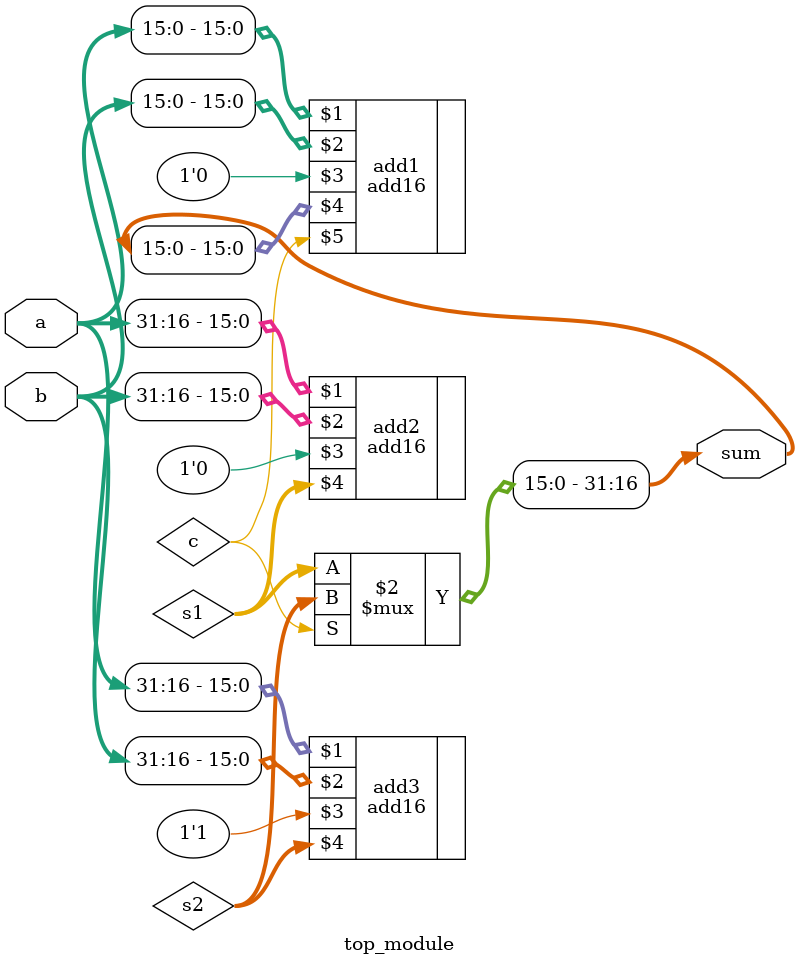
<source format=v>
module top_module(
    input [31:0] a,
    input [31:0] b,
    output [31:0] sum
);
    wire c;
    wire [15:0] s1,s2;
    add16 add1(a[15:0],b[15:0],1'b0,sum[15:0],c);
    add16 add2(a[31:16],b[31:16],1'b0,s1);
    add16 add3(a[31:16],b[31:16],1'b1,s2);
    assign sum[31:16]=(c==0)?s1:s2;
    
endmodule

</source>
